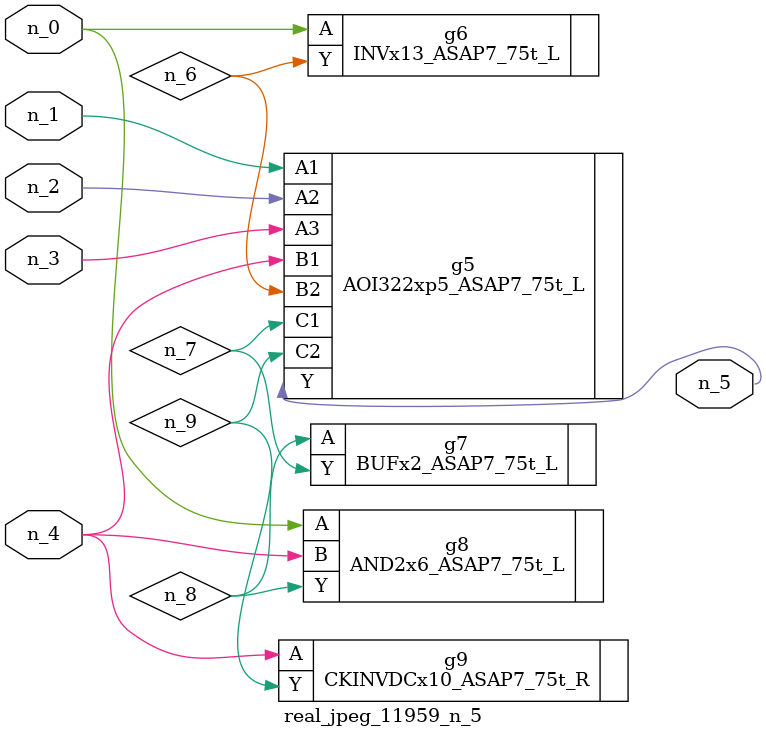
<source format=v>
module real_jpeg_11959_n_5 (n_4, n_0, n_1, n_2, n_3, n_5);

input n_4;
input n_0;
input n_1;
input n_2;
input n_3;

output n_5;

wire n_8;
wire n_6;
wire n_7;
wire n_9;

INVx13_ASAP7_75t_L g6 ( 
.A(n_0),
.Y(n_6)
);

AND2x6_ASAP7_75t_L g8 ( 
.A(n_0),
.B(n_4),
.Y(n_8)
);

AOI322xp5_ASAP7_75t_L g5 ( 
.A1(n_1),
.A2(n_2),
.A3(n_3),
.B1(n_4),
.B2(n_6),
.C1(n_7),
.C2(n_9),
.Y(n_5)
);

CKINVDCx10_ASAP7_75t_R g9 ( 
.A(n_4),
.Y(n_9)
);

BUFx2_ASAP7_75t_L g7 ( 
.A(n_8),
.Y(n_7)
);


endmodule
</source>
